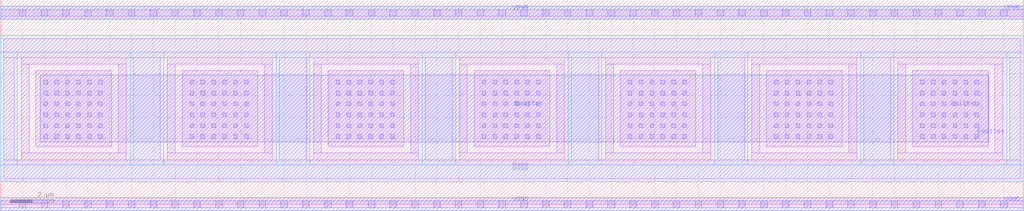
<source format=lef>
VERSION 5.7 ;
  NOWIREEXTENSIONATPIN ON ;
  DIVIDERCHAR "/" ;
  BUSBITCHARS "[]" ;
MACRO sky130_asc_pnp_7
  CLASS CORE ;
  FOREIGN sky130_asc_pnp_7 ;
  ORIGIN 0.000 0.000 ;
  SIZE 46.900 BY 9.400 ;
  SITE unitasc ;
  PIN Emitter
    DIRECTION INOUT ;
    ANTENNADIFFAREA 80.919998 ;
    PORT
      LAYER li1 ;
        RECT 1.615 2.665 5.085 6.135 ;
        RECT 8.315 2.665 11.785 6.135 ;
        RECT 15.015 2.665 18.485 6.135 ;
        RECT 21.715 2.665 25.185 6.135 ;
        RECT 28.415 2.665 31.885 6.135 ;
        RECT 35.115 2.665 38.585 6.135 ;
        RECT 41.815 2.665 45.285 6.135 ;
      LAYER mcon ;
        RECT 1.980 5.530 2.150 5.700 ;
        RECT 2.480 5.530 2.650 5.700 ;
        RECT 2.980 5.530 3.150 5.700 ;
        RECT 3.480 5.530 3.650 5.700 ;
        RECT 3.980 5.530 4.150 5.700 ;
        RECT 4.480 5.530 4.650 5.700 ;
        RECT 1.980 5.030 2.150 5.200 ;
        RECT 2.480 5.030 2.650 5.200 ;
        RECT 2.980 5.030 3.150 5.200 ;
        RECT 3.480 5.030 3.650 5.200 ;
        RECT 3.980 5.030 4.150 5.200 ;
        RECT 4.480 5.030 4.650 5.200 ;
        RECT 1.980 4.530 2.150 4.700 ;
        RECT 2.480 4.530 2.650 4.700 ;
        RECT 2.980 4.530 3.150 4.700 ;
        RECT 3.480 4.530 3.650 4.700 ;
        RECT 3.980 4.530 4.150 4.700 ;
        RECT 4.480 4.530 4.650 4.700 ;
        RECT 1.980 4.030 2.150 4.200 ;
        RECT 2.480 4.030 2.650 4.200 ;
        RECT 2.980 4.030 3.150 4.200 ;
        RECT 3.480 4.030 3.650 4.200 ;
        RECT 3.980 4.030 4.150 4.200 ;
        RECT 4.480 4.030 4.650 4.200 ;
        RECT 1.980 3.530 2.150 3.700 ;
        RECT 2.480 3.530 2.650 3.700 ;
        RECT 2.980 3.530 3.150 3.700 ;
        RECT 3.480 3.530 3.650 3.700 ;
        RECT 3.980 3.530 4.150 3.700 ;
        RECT 4.480 3.530 4.650 3.700 ;
        RECT 1.980 3.030 2.150 3.200 ;
        RECT 2.480 3.030 2.650 3.200 ;
        RECT 2.980 3.030 3.150 3.200 ;
        RECT 3.480 3.030 3.650 3.200 ;
        RECT 3.980 3.030 4.150 3.200 ;
        RECT 4.480 3.030 4.650 3.200 ;
        RECT 8.680 5.530 8.850 5.700 ;
        RECT 9.180 5.530 9.350 5.700 ;
        RECT 9.680 5.530 9.850 5.700 ;
        RECT 10.180 5.530 10.350 5.700 ;
        RECT 10.680 5.530 10.850 5.700 ;
        RECT 11.180 5.530 11.350 5.700 ;
        RECT 8.680 5.030 8.850 5.200 ;
        RECT 9.180 5.030 9.350 5.200 ;
        RECT 9.680 5.030 9.850 5.200 ;
        RECT 10.180 5.030 10.350 5.200 ;
        RECT 10.680 5.030 10.850 5.200 ;
        RECT 11.180 5.030 11.350 5.200 ;
        RECT 8.680 4.530 8.850 4.700 ;
        RECT 9.180 4.530 9.350 4.700 ;
        RECT 9.680 4.530 9.850 4.700 ;
        RECT 10.180 4.530 10.350 4.700 ;
        RECT 10.680 4.530 10.850 4.700 ;
        RECT 11.180 4.530 11.350 4.700 ;
        RECT 8.680 4.030 8.850 4.200 ;
        RECT 9.180 4.030 9.350 4.200 ;
        RECT 9.680 4.030 9.850 4.200 ;
        RECT 10.180 4.030 10.350 4.200 ;
        RECT 10.680 4.030 10.850 4.200 ;
        RECT 11.180 4.030 11.350 4.200 ;
        RECT 8.680 3.530 8.850 3.700 ;
        RECT 9.180 3.530 9.350 3.700 ;
        RECT 9.680 3.530 9.850 3.700 ;
        RECT 10.180 3.530 10.350 3.700 ;
        RECT 10.680 3.530 10.850 3.700 ;
        RECT 11.180 3.530 11.350 3.700 ;
        RECT 8.680 3.030 8.850 3.200 ;
        RECT 9.180 3.030 9.350 3.200 ;
        RECT 9.680 3.030 9.850 3.200 ;
        RECT 10.180 3.030 10.350 3.200 ;
        RECT 10.680 3.030 10.850 3.200 ;
        RECT 11.180 3.030 11.350 3.200 ;
        RECT 15.380 5.530 15.550 5.700 ;
        RECT 15.880 5.530 16.050 5.700 ;
        RECT 16.380 5.530 16.550 5.700 ;
        RECT 16.880 5.530 17.050 5.700 ;
        RECT 17.380 5.530 17.550 5.700 ;
        RECT 17.880 5.530 18.050 5.700 ;
        RECT 15.380 5.030 15.550 5.200 ;
        RECT 15.880 5.030 16.050 5.200 ;
        RECT 16.380 5.030 16.550 5.200 ;
        RECT 16.880 5.030 17.050 5.200 ;
        RECT 17.380 5.030 17.550 5.200 ;
        RECT 17.880 5.030 18.050 5.200 ;
        RECT 15.380 4.530 15.550 4.700 ;
        RECT 15.880 4.530 16.050 4.700 ;
        RECT 16.380 4.530 16.550 4.700 ;
        RECT 16.880 4.530 17.050 4.700 ;
        RECT 17.380 4.530 17.550 4.700 ;
        RECT 17.880 4.530 18.050 4.700 ;
        RECT 15.380 4.030 15.550 4.200 ;
        RECT 15.880 4.030 16.050 4.200 ;
        RECT 16.380 4.030 16.550 4.200 ;
        RECT 16.880 4.030 17.050 4.200 ;
        RECT 17.380 4.030 17.550 4.200 ;
        RECT 17.880 4.030 18.050 4.200 ;
        RECT 15.380 3.530 15.550 3.700 ;
        RECT 15.880 3.530 16.050 3.700 ;
        RECT 16.380 3.530 16.550 3.700 ;
        RECT 16.880 3.530 17.050 3.700 ;
        RECT 17.380 3.530 17.550 3.700 ;
        RECT 17.880 3.530 18.050 3.700 ;
        RECT 15.380 3.030 15.550 3.200 ;
        RECT 15.880 3.030 16.050 3.200 ;
        RECT 16.380 3.030 16.550 3.200 ;
        RECT 16.880 3.030 17.050 3.200 ;
        RECT 17.380 3.030 17.550 3.200 ;
        RECT 17.880 3.030 18.050 3.200 ;
        RECT 22.080 5.530 22.250 5.700 ;
        RECT 22.580 5.530 22.750 5.700 ;
        RECT 23.080 5.530 23.250 5.700 ;
        RECT 23.580 5.530 23.750 5.700 ;
        RECT 24.080 5.530 24.250 5.700 ;
        RECT 24.580 5.530 24.750 5.700 ;
        RECT 22.080 5.030 22.250 5.200 ;
        RECT 22.580 5.030 22.750 5.200 ;
        RECT 23.080 5.030 23.250 5.200 ;
        RECT 23.580 5.030 23.750 5.200 ;
        RECT 24.080 5.030 24.250 5.200 ;
        RECT 24.580 5.030 24.750 5.200 ;
        RECT 22.080 4.530 22.250 4.700 ;
        RECT 22.580 4.530 22.750 4.700 ;
        RECT 23.080 4.530 23.250 4.700 ;
        RECT 23.580 4.530 23.750 4.700 ;
        RECT 24.080 4.530 24.250 4.700 ;
        RECT 24.580 4.530 24.750 4.700 ;
        RECT 22.080 4.030 22.250 4.200 ;
        RECT 22.580 4.030 22.750 4.200 ;
        RECT 23.080 4.030 23.250 4.200 ;
        RECT 23.580 4.030 23.750 4.200 ;
        RECT 24.080 4.030 24.250 4.200 ;
        RECT 24.580 4.030 24.750 4.200 ;
        RECT 22.080 3.530 22.250 3.700 ;
        RECT 22.580 3.530 22.750 3.700 ;
        RECT 23.080 3.530 23.250 3.700 ;
        RECT 23.580 3.530 23.750 3.700 ;
        RECT 24.080 3.530 24.250 3.700 ;
        RECT 24.580 3.530 24.750 3.700 ;
        RECT 22.080 3.030 22.250 3.200 ;
        RECT 22.580 3.030 22.750 3.200 ;
        RECT 23.080 3.030 23.250 3.200 ;
        RECT 23.580 3.030 23.750 3.200 ;
        RECT 24.080 3.030 24.250 3.200 ;
        RECT 24.580 3.030 24.750 3.200 ;
        RECT 28.780 5.530 28.950 5.700 ;
        RECT 29.280 5.530 29.450 5.700 ;
        RECT 29.780 5.530 29.950 5.700 ;
        RECT 30.280 5.530 30.450 5.700 ;
        RECT 30.780 5.530 30.950 5.700 ;
        RECT 31.280 5.530 31.450 5.700 ;
        RECT 28.780 5.030 28.950 5.200 ;
        RECT 29.280 5.030 29.450 5.200 ;
        RECT 29.780 5.030 29.950 5.200 ;
        RECT 30.280 5.030 30.450 5.200 ;
        RECT 30.780 5.030 30.950 5.200 ;
        RECT 31.280 5.030 31.450 5.200 ;
        RECT 28.780 4.530 28.950 4.700 ;
        RECT 29.280 4.530 29.450 4.700 ;
        RECT 29.780 4.530 29.950 4.700 ;
        RECT 30.280 4.530 30.450 4.700 ;
        RECT 30.780 4.530 30.950 4.700 ;
        RECT 31.280 4.530 31.450 4.700 ;
        RECT 28.780 4.030 28.950 4.200 ;
        RECT 29.280 4.030 29.450 4.200 ;
        RECT 29.780 4.030 29.950 4.200 ;
        RECT 30.280 4.030 30.450 4.200 ;
        RECT 30.780 4.030 30.950 4.200 ;
        RECT 31.280 4.030 31.450 4.200 ;
        RECT 28.780 3.530 28.950 3.700 ;
        RECT 29.280 3.530 29.450 3.700 ;
        RECT 29.780 3.530 29.950 3.700 ;
        RECT 30.280 3.530 30.450 3.700 ;
        RECT 30.780 3.530 30.950 3.700 ;
        RECT 31.280 3.530 31.450 3.700 ;
        RECT 28.780 3.030 28.950 3.200 ;
        RECT 29.280 3.030 29.450 3.200 ;
        RECT 29.780 3.030 29.950 3.200 ;
        RECT 30.280 3.030 30.450 3.200 ;
        RECT 30.780 3.030 30.950 3.200 ;
        RECT 31.280 3.030 31.450 3.200 ;
        RECT 35.480 5.530 35.650 5.700 ;
        RECT 35.980 5.530 36.150 5.700 ;
        RECT 36.480 5.530 36.650 5.700 ;
        RECT 36.980 5.530 37.150 5.700 ;
        RECT 37.480 5.530 37.650 5.700 ;
        RECT 37.980 5.530 38.150 5.700 ;
        RECT 35.480 5.030 35.650 5.200 ;
        RECT 35.980 5.030 36.150 5.200 ;
        RECT 36.480 5.030 36.650 5.200 ;
        RECT 36.980 5.030 37.150 5.200 ;
        RECT 37.480 5.030 37.650 5.200 ;
        RECT 37.980 5.030 38.150 5.200 ;
        RECT 35.480 4.530 35.650 4.700 ;
        RECT 35.980 4.530 36.150 4.700 ;
        RECT 36.480 4.530 36.650 4.700 ;
        RECT 36.980 4.530 37.150 4.700 ;
        RECT 37.480 4.530 37.650 4.700 ;
        RECT 37.980 4.530 38.150 4.700 ;
        RECT 35.480 4.030 35.650 4.200 ;
        RECT 35.980 4.030 36.150 4.200 ;
        RECT 36.480 4.030 36.650 4.200 ;
        RECT 36.980 4.030 37.150 4.200 ;
        RECT 37.480 4.030 37.650 4.200 ;
        RECT 37.980 4.030 38.150 4.200 ;
        RECT 35.480 3.530 35.650 3.700 ;
        RECT 35.980 3.530 36.150 3.700 ;
        RECT 36.480 3.530 36.650 3.700 ;
        RECT 36.980 3.530 37.150 3.700 ;
        RECT 37.480 3.530 37.650 3.700 ;
        RECT 37.980 3.530 38.150 3.700 ;
        RECT 35.480 3.030 35.650 3.200 ;
        RECT 35.980 3.030 36.150 3.200 ;
        RECT 36.480 3.030 36.650 3.200 ;
        RECT 36.980 3.030 37.150 3.200 ;
        RECT 37.480 3.030 37.650 3.200 ;
        RECT 37.980 3.030 38.150 3.200 ;
        RECT 42.180 5.530 42.350 5.700 ;
        RECT 42.680 5.530 42.850 5.700 ;
        RECT 43.180 5.530 43.350 5.700 ;
        RECT 43.680 5.530 43.850 5.700 ;
        RECT 44.180 5.530 44.350 5.700 ;
        RECT 44.680 5.530 44.850 5.700 ;
        RECT 42.180 5.030 42.350 5.200 ;
        RECT 42.680 5.030 42.850 5.200 ;
        RECT 43.180 5.030 43.350 5.200 ;
        RECT 43.680 5.030 43.850 5.200 ;
        RECT 44.180 5.030 44.350 5.200 ;
        RECT 44.680 5.030 44.850 5.200 ;
        RECT 42.180 4.530 42.350 4.700 ;
        RECT 42.680 4.530 42.850 4.700 ;
        RECT 43.180 4.530 43.350 4.700 ;
        RECT 43.680 4.530 43.850 4.700 ;
        RECT 44.180 4.530 44.350 4.700 ;
        RECT 44.680 4.530 44.850 4.700 ;
        RECT 42.180 4.030 42.350 4.200 ;
        RECT 42.680 4.030 42.850 4.200 ;
        RECT 43.180 4.030 43.350 4.200 ;
        RECT 43.680 4.030 43.850 4.200 ;
        RECT 44.180 4.030 44.350 4.200 ;
        RECT 44.680 4.030 44.850 4.200 ;
        RECT 42.180 3.530 42.350 3.700 ;
        RECT 42.680 3.530 42.850 3.700 ;
        RECT 43.180 3.530 43.350 3.700 ;
        RECT 43.680 3.530 43.850 3.700 ;
        RECT 44.180 3.530 44.350 3.700 ;
        RECT 44.680 3.530 44.850 3.700 ;
        RECT 42.180 3.030 42.350 3.200 ;
        RECT 42.680 3.030 42.850 3.200 ;
        RECT 43.180 3.030 43.350 3.200 ;
        RECT 43.680 3.030 43.850 3.200 ;
        RECT 44.180 3.030 44.350 3.200 ;
        RECT 44.680 3.030 44.850 3.200 ;
      LAYER met1 ;
        RECT 1.820 2.870 45.310 5.930 ;
    END
  END Emitter
  PIN Base
    DIRECTION INOUT ;
    ANTENNAGATEAREA 187.102295 ;
    ANTENNADIFFAREA 138.823303 ;
    PORT
      LAYER pwell ;
        RECT 0.000 6.985 46.900 7.750 ;
        RECT 0.000 1.815 0.765 6.985 ;
        RECT 5.935 1.815 7.465 6.985 ;
        RECT 12.635 1.815 14.165 6.985 ;
        RECT 19.335 1.815 20.865 6.985 ;
        RECT 26.035 1.815 27.565 6.985 ;
        RECT 32.735 1.815 34.265 6.985 ;
        RECT 39.435 1.815 40.965 6.985 ;
        RECT 46.135 1.815 46.900 6.985 ;
        RECT 0.000 1.050 46.900 1.815 ;
      LAYER li1 ;
        RECT 0.130 6.750 46.785 7.620 ;
        RECT 0.130 2.050 0.625 6.750 ;
        RECT 0.945 6.445 5.755 6.750 ;
        RECT 0.945 2.355 1.305 6.445 ;
        RECT 5.395 2.355 5.755 6.445 ;
        RECT 0.945 2.050 5.755 2.355 ;
        RECT 6.075 2.050 7.325 6.750 ;
        RECT 7.645 6.445 12.455 6.750 ;
        RECT 7.645 2.355 8.005 6.445 ;
        RECT 12.095 2.355 12.455 6.445 ;
        RECT 7.645 2.050 12.455 2.355 ;
        RECT 12.775 2.050 14.025 6.750 ;
        RECT 14.345 6.445 19.155 6.750 ;
        RECT 14.345 2.355 14.705 6.445 ;
        RECT 18.795 2.355 19.155 6.445 ;
        RECT 14.345 2.050 19.155 2.355 ;
        RECT 19.475 2.050 20.725 6.750 ;
        RECT 21.045 6.445 25.855 6.750 ;
        RECT 21.045 2.355 21.405 6.445 ;
        RECT 25.495 2.355 25.855 6.445 ;
        RECT 21.045 2.050 25.855 2.355 ;
        RECT 26.175 2.050 27.425 6.750 ;
        RECT 27.745 6.445 32.555 6.750 ;
        RECT 27.745 2.355 28.105 6.445 ;
        RECT 32.195 2.355 32.555 6.445 ;
        RECT 27.745 2.050 32.555 2.355 ;
        RECT 32.875 2.050 34.125 6.750 ;
        RECT 34.445 6.445 39.255 6.750 ;
        RECT 34.445 2.355 34.805 6.445 ;
        RECT 38.895 2.355 39.255 6.445 ;
        RECT 34.445 2.050 39.255 2.355 ;
        RECT 39.575 2.050 40.825 6.750 ;
        RECT 41.145 6.445 45.955 6.750 ;
        RECT 41.145 2.355 41.505 6.445 ;
        RECT 45.595 2.355 45.955 6.445 ;
        RECT 41.145 2.050 45.955 2.355 ;
        RECT 46.275 2.050 46.770 6.750 ;
        RECT 0.130 1.180 46.785 2.050 ;
    END
  END Base
  PIN VPWR
    DIRECTION INOUT ;
    USE POWER ;
    PORT
      LAYER li1 ;
        RECT 0.000 8.650 46.900 8.950 ;
      LAYER mcon ;
        RECT 0.850 8.650 1.150 8.950 ;
        RECT 1.850 8.650 2.150 8.950 ;
        RECT 2.850 8.650 3.150 8.950 ;
        RECT 3.850 8.650 4.150 8.950 ;
        RECT 4.850 8.650 5.150 8.950 ;
        RECT 5.850 8.650 6.150 8.950 ;
        RECT 6.850 8.650 7.150 8.950 ;
        RECT 7.850 8.650 8.150 8.950 ;
        RECT 8.850 8.650 9.150 8.950 ;
        RECT 9.850 8.650 10.150 8.950 ;
        RECT 10.850 8.650 11.150 8.950 ;
        RECT 11.850 8.650 12.150 8.950 ;
        RECT 12.850 8.650 13.150 8.950 ;
        RECT 13.850 8.650 14.150 8.950 ;
        RECT 14.850 8.650 15.150 8.950 ;
        RECT 15.850 8.650 16.150 8.950 ;
        RECT 16.850 8.650 17.150 8.950 ;
        RECT 17.850 8.650 18.150 8.950 ;
        RECT 18.850 8.650 19.150 8.950 ;
        RECT 19.850 8.650 20.150 8.950 ;
        RECT 20.850 8.650 21.150 8.950 ;
        RECT 21.850 8.650 22.150 8.950 ;
        RECT 22.850 8.650 23.150 8.950 ;
        RECT 23.850 8.650 24.150 8.950 ;
        RECT 24.850 8.650 25.150 8.950 ;
        RECT 25.850 8.650 26.150 8.950 ;
        RECT 26.850 8.650 27.150 8.950 ;
        RECT 27.850 8.650 28.150 8.950 ;
        RECT 28.850 8.650 29.150 8.950 ;
        RECT 29.850 8.650 30.150 8.950 ;
        RECT 30.850 8.650 31.150 8.950 ;
        RECT 31.850 8.650 32.150 8.950 ;
        RECT 32.850 8.650 33.150 8.950 ;
        RECT 33.850 8.650 34.150 8.950 ;
        RECT 34.850 8.650 35.150 8.950 ;
        RECT 35.850 8.650 36.150 8.950 ;
        RECT 36.850 8.650 37.150 8.950 ;
        RECT 37.850 8.650 38.150 8.950 ;
        RECT 38.850 8.650 39.150 8.950 ;
        RECT 39.850 8.650 40.150 8.950 ;
        RECT 40.850 8.650 41.150 8.950 ;
        RECT 41.850 8.650 42.150 8.950 ;
        RECT 42.850 8.650 43.150 8.950 ;
        RECT 43.850 8.650 44.150 8.950 ;
        RECT 44.850 8.650 45.150 8.950 ;
        RECT 45.850 8.650 46.150 8.950 ;
      LAYER met1 ;
        RECT 0.000 8.500 46.900 9.100 ;
    END
  END VPWR
  PIN VGND
    DIRECTION INOUT ;
    USE GROUND ;
    PORT
      LAYER li1 ;
        RECT 0.000 -0.150 46.900 0.150 ;
      LAYER mcon ;
        RECT 0.850 -0.150 1.150 0.150 ;
        RECT 1.850 -0.150 2.150 0.150 ;
        RECT 2.850 -0.150 3.150 0.150 ;
        RECT 3.850 -0.150 4.150 0.150 ;
        RECT 4.850 -0.150 5.150 0.150 ;
        RECT 5.850 -0.150 6.150 0.150 ;
        RECT 6.850 -0.150 7.150 0.150 ;
        RECT 7.850 -0.150 8.150 0.150 ;
        RECT 8.850 -0.150 9.150 0.150 ;
        RECT 9.850 -0.150 10.150 0.150 ;
        RECT 10.850 -0.150 11.150 0.150 ;
        RECT 11.850 -0.150 12.150 0.150 ;
        RECT 12.850 -0.150 13.150 0.150 ;
        RECT 13.850 -0.150 14.150 0.150 ;
        RECT 14.850 -0.150 15.150 0.150 ;
        RECT 15.850 -0.150 16.150 0.150 ;
        RECT 16.850 -0.150 17.150 0.150 ;
        RECT 17.850 -0.150 18.150 0.150 ;
        RECT 18.850 -0.150 19.150 0.150 ;
        RECT 19.850 -0.150 20.150 0.150 ;
        RECT 20.850 -0.150 21.150 0.150 ;
        RECT 21.850 -0.150 22.150 0.150 ;
        RECT 22.850 -0.150 23.150 0.150 ;
        RECT 23.850 -0.150 24.150 0.150 ;
        RECT 24.850 -0.150 25.150 0.150 ;
        RECT 25.850 -0.150 26.150 0.150 ;
        RECT 26.850 -0.150 27.150 0.150 ;
        RECT 27.850 -0.150 28.150 0.150 ;
        RECT 28.850 -0.150 29.150 0.150 ;
        RECT 29.850 -0.150 30.150 0.150 ;
        RECT 30.850 -0.150 31.150 0.150 ;
        RECT 31.850 -0.150 32.150 0.150 ;
        RECT 32.850 -0.150 33.150 0.150 ;
        RECT 33.850 -0.150 34.150 0.150 ;
        RECT 34.850 -0.150 35.150 0.150 ;
        RECT 35.850 -0.150 36.150 0.150 ;
        RECT 36.850 -0.150 37.150 0.150 ;
        RECT 37.850 -0.150 38.150 0.150 ;
        RECT 38.850 -0.150 39.150 0.150 ;
        RECT 39.850 -0.150 40.150 0.150 ;
        RECT 40.850 -0.150 41.150 0.150 ;
        RECT 41.850 -0.150 42.150 0.150 ;
        RECT 42.850 -0.150 43.150 0.150 ;
        RECT 43.850 -0.150 44.150 0.150 ;
        RECT 44.850 -0.150 45.150 0.150 ;
        RECT 45.850 -0.150 46.150 0.150 ;
      LAYER met1 ;
        RECT 0.000 -0.300 46.900 0.300 ;
    END
  END VGND
END sky130_asc_pnp_7
END LIBRARY


</source>
